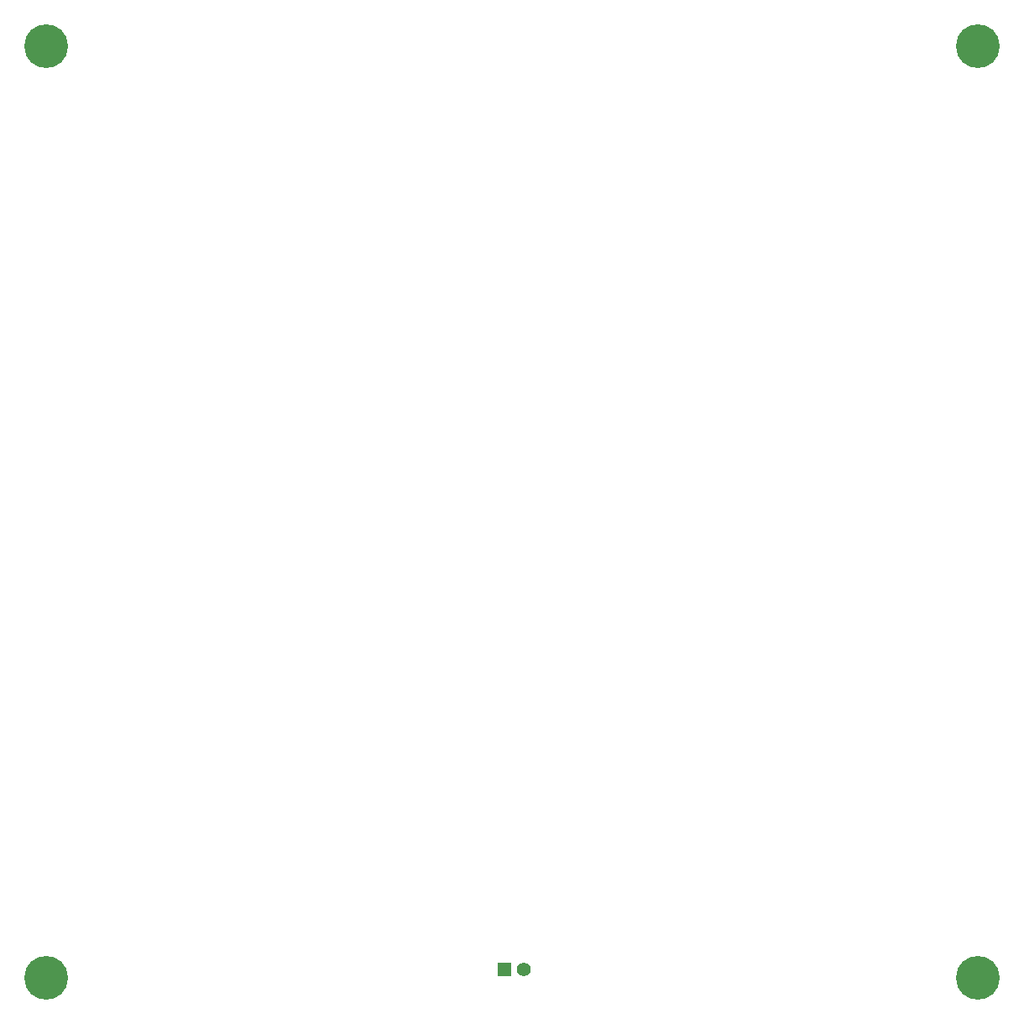
<source format=gbr>
%TF.GenerationSoftware,Altium Limited,Altium Designer,24.3.1 (35)*%
G04 Layer_Color=16711935*
%FSLAX45Y45*%
%MOMM*%
%TF.SameCoordinates,045C5737-8DDF-49D6-8C07-AEEE269B335A*%
%TF.FilePolarity,Negative*%
%TF.FileFunction,Soldermask,Bot*%
%TF.Part,Single*%
G01*
G75*
%TA.AperFunction,ViaPad*%
%ADD18C,4.40320*%
%TA.AperFunction,ComponentPad*%
%ADD19R,1.40320X1.40320*%
%ADD20C,1.40320*%
D18*
X300000Y9700000D02*
D03*
Y300000D02*
D03*
X9700000D02*
D03*
Y9700000D02*
D03*
D19*
X4920000Y381000D02*
D03*
D20*
X5120000D02*
D03*
%TF.MD5,6f28cd1649113e3ac61e9eb68e8b7946*%
M02*

</source>
